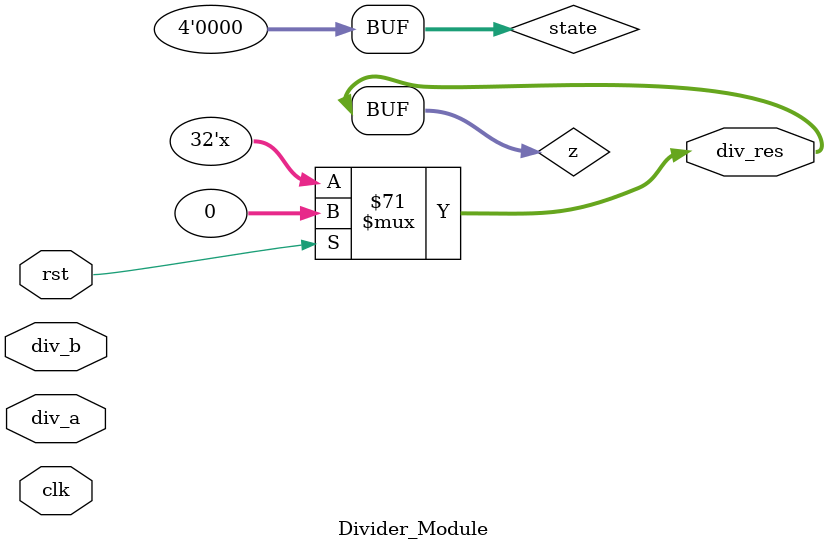
<source format=v>
`timescale 1ns/1ns

module Divider_Module(clk,rst,div_a,div_b,div_res);

    input [31:0] div_a;
    input [31:0] div_b;
    output [31:0] div_res;

    input clk;
    input rst;

    reg [3:0] state;

    parameter   unpack        = 4'd0,
                special_cases = 4'd1,
                normalise_a   = 4'd2,
                normalise_b   = 4'd3,
                divide_0      = 4'd4,
                divide_1      = 4'd5,
                divide_2      = 4'd6,
                divide_3      = 4'd7,
                normalise_1   = 4'd8,
                normalise_2   = 4'd9,
                round         = 4'd10,
                pack          = 4'd11;

    reg       [31:0] a, b, z;
    reg       [23:0] a_m, b_m, z_m;
    reg       [9:0] a_e, b_e, z_e;
    reg       a_s, b_s, z_s;
    reg       guard, round_bit, sticky;
    reg       [50:0] quotient, divisor, dividend, remainder;
    reg       [5:0] count;

    always@(div_a or div_b)
    begin
        if(rst)
        begin
            state <= unpack;
            a <= 32'b0;
            b <= 32'b0;
            z <= 32'b0;
        end

        else
        begin
            case (state)
                
                 //Unpacking of inputs and separation of Sign, Exponent and Mantessa bits.
                unpack:
				begin

					a <= div_a;
					b <= div_b;

					a_m <= a[22:0];
					b_m <= b[22:0];
					a_e <= a[30:23] - 127;
					b_e <= b[30:23] - 127;
					a_s <= a[31];
					b_s <= b[31];
					state <= special_cases;
				end

                special_cases:
                begin
                    //if a is NaN or b is NaN return NaN 
                    if ((a_e == 128 && a_m != 0) || (b_e == 128 && b_m != 0))
                        begin
                        z[31] <= 1;
                        z[30:23] <= 255;
                        z[22] <= 1;
                        z[21:0] <= 0;
                        state <= pack;
                    end

                     //if a is inf and b is inf return NaN 
                    else if ((a_e == 128) && (b_e == 128))
                    begin
                        z[31] <= 1;
                        z[30:23] <= 255;
                        z[22] <= 1;
                        z[21:0] <= 0;
                        state <= pack;
                    end
                    
                    //if a is inf return inf
                    else if (a_e == 128) 
                        begin
                            z[31] <= a_s ^ b_s;
                            z[30:23] <= 255;
                            z[22:0] <= 0;
                            state <= pack;
                        

                            //if b is zero return NaN
                            if ($signed(b_e == -127) && (b_m == 0)) 
                            begin
                                z[31] <= 1;
                                z[30:23] <= 255;
                                z[22] <= 1;
                                z[21:0] <= 0;
                                state <= pack;
                            end
                    end
                    
                    //if b is inf return zero
                    else if (b_e == 128) 
                    begin
                        z[31] <= a_s ^ b_s;
                        z[30:23] <= 0;
                        z[22:0] <= 0;
                        state <= pack;
                    end
                    
                    //if a is zero return zero
                    else if (($signed(a_e) == -127) && (a_m == 0))
                    begin
                        z[31] <= a_s ^ b_s;
                        z[30:23] <= 0;
                        z[22:0] <= 0;
                        state <= pack;
                    
                    
                        //if b is zero return NaN
                        if (($signed(b_e) == -127) && (b_m == 0)) 
                        begin
                            z[31] <= 1;
                            z[30:23] <= 255;
                            z[22] <= 1;
                            z[21:0] <= 0;
                            state <= pack;
                        end
                    end

                    //if b is zero return inf
                    else if (($signed(b_e) == -127) && (b_m == 0)) 
                    begin
                        z[31] <= a_s ^ b_s;
                        z[30:23] <= 255;
                        z[22:0] <= 0;
                        state <= pack;
                        end else begin
                        //Denormalised Number
                        if ($signed(a_e) == -127) begin
                            a_e <= -126;
                        end else begin
                            a_m[23] <= 1;
                        end
                        //Denormalised Number
                        if ($signed(b_e) == -127) begin
                            b_e <= -126;
                        end else begin
                            b_m[23] <= 1;
                        end
                        state <= normalise_a;
                    end
                end

                normalise_a:
                begin
                    if(a_m[23])
                        state <= normalise_b;
                    else
                    begin
                        a_m <= a_m << 1;
                        a_e <= a_e - 1;
                    end
                end

                normalise_b:
                begin
                    if(b_m[23])
                        state <= divide_0;
                    else
                    begin
                        b_m <= b_m << 1;
                        b_m <= b_m - 1;
                    end
                end

                divide_0:
                begin
                    z_s <= a_s ^ b_s;
                    z_e <= a_e - b_e;
                    quotient <= 0;
                    remainder <= 0;
                    count <= 0;
                    dividend <= a_m << 27;
                    divisor <= b_m;
                    state <= divide_1;
                end

                divide_1:
                begin
                    quotient <= quotient << 1;
                    remainder <= remainder << 1;
                    remainder[0] <= dividend[50];
                    dividend <= dividend << 1;
                    state <= divide_2;
                end

                divide_2:
                begin
                    if(remainder >= divisor)
                    begin
                        quotient[0] <= 1;
                        remainder <= remainder - divisor;
                    end

                    if(count == 49)
                        state <= divide_3;
                    else
                    begin
                        count <= count + 1;
                        state <= divide_1;
                    end
                end

                divide_3:
                begin
                    z_m <= quotient[26:3];
                    guard <= quotient[2];
                    round_bit <= quotient[1]; 
                    sticky <= quotient[0] | (remainder != 0);
                    state <= normalise_1;
                end

                normalise_1:
                begin
                    if(z_m[23] == 0 && $signed(z_e) > -126)
                    begin
                        z_e <= z_e - 1;
                        z_m <= z_m << 1;
                        z_m[0] <= guard;
                        guard <= round_bit;
                        round_bit <= 0;
                    end

                    else
                        state <= normalise_2;
                end

                normalise_2:
                begin
                    if($signed(z_e) < -126)
                    begin
                        z_e <= z_e + 1;
                        z_m <= z_m >> 1;
                        guard <= z_m[0];
                        round_bit <= guard;
                        sticky <= sticky | round_bit;
                    end

                    else
                        state <= round;
                end

                round:
                begin
                    if(guard && (round_bit | sticky | z_m[0]))
                    begin
                        z_m <= z_m + 1;
                        if(z_m == 24'hffffff)
                            z_e <= z_e + 1;
                    end

                    state <= pack;
                end

                pack:
                begin
                    z[22:0] <= z_m[22:0];
                    z[30:23] <= z_e[7:0] + 127;
                    z[31] <= z_s;

                    if($signed(z_e) == -126 && z[23] == 0)
                        z[30:23] <= 0;
                    
                    // If overflow occurs, return inf
                    if($signed(z_e) > 127)
                    begin
                        z[22:0] <= 0;
                        z[30:23] <= 255;
                        z[31] <= z_s;
                    end

                    state <= unpack;
                end

                default: state <= unpack; 
            endcase
        end
    end

    assign div_res[31:0] = z[31:0];

endmodule 

</source>
